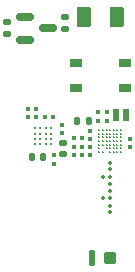
<source format=gbr>
%TF.GenerationSoftware,KiCad,Pcbnew,8.99.0-unknown-77b1d367df~178~ubuntu23.10.1*%
%TF.CreationDate,2024-10-31T14:46:16-04:00*%
%TF.ProjectId,nRF54L15_nPM2100_CR2032,6e524635-344c-4313-955f-6e504d323130,rev?*%
%TF.SameCoordinates,Original*%
%TF.FileFunction,Paste,Top*%
%TF.FilePolarity,Positive*%
%FSLAX46Y46*%
G04 Gerber Fmt 4.6, Leading zero omitted, Abs format (unit mm)*
G04 Created by KiCad (PCBNEW 8.99.0-unknown-77b1d367df~178~ubuntu23.10.1) date 2024-10-31 14:46:16*
%MOMM*%
%LPD*%
G01*
G04 APERTURE LIST*
G04 Aperture macros list*
%AMRoundRect*
0 Rectangle with rounded corners*
0 $1 Rounding radius*
0 $2 $3 $4 $5 $6 $7 $8 $9 X,Y pos of 4 corners*
0 Add a 4 corners polygon primitive as box body*
4,1,4,$2,$3,$4,$5,$6,$7,$8,$9,$2,$3,0*
0 Add four circle primitives for the rounded corners*
1,1,$1+$1,$2,$3*
1,1,$1+$1,$4,$5*
1,1,$1+$1,$6,$7*
1,1,$1+$1,$8,$9*
0 Add four rect primitives between the rounded corners*
20,1,$1+$1,$2,$3,$4,$5,0*
20,1,$1+$1,$4,$5,$6,$7,0*
20,1,$1+$1,$6,$7,$8,$9,0*
20,1,$1+$1,$8,$9,$2,$3,0*%
G04 Aperture macros list end*
%ADD10C,0.170000*%
%ADD11RoundRect,0.079500X-0.100500X0.079500X-0.100500X-0.079500X0.100500X-0.079500X0.100500X0.079500X0*%
%ADD12RoundRect,0.079500X0.079500X0.100500X-0.079500X0.100500X-0.079500X-0.100500X0.079500X-0.100500X0*%
%ADD13C,0.220000*%
%ADD14RoundRect,0.067500X-0.067500X0.067500X-0.067500X-0.067500X0.067500X-0.067500X0.067500X0.067500X0*%
%ADD15RoundRect,0.079500X0.100500X-0.079500X0.100500X0.079500X-0.100500X0.079500X-0.100500X-0.079500X0*%
%ADD16C,0.150000*%
%ADD17RoundRect,0.075000X-0.175000X-0.575000X0.175000X-0.575000X0.175000X0.575000X-0.175000X0.575000X0*%
%ADD18RoundRect,0.150000X-0.350000X-0.350000X0.350000X-0.350000X0.350000X0.350000X-0.350000X0.350000X0*%
%ADD19R,0.575000X1.114000*%
%ADD20RoundRect,0.135000X-0.185000X0.135000X-0.185000X-0.135000X0.185000X-0.135000X0.185000X0.135000X0*%
%ADD21RoundRect,0.250000X-0.375000X-0.625000X0.375000X-0.625000X0.375000X0.625000X-0.375000X0.625000X0*%
%ADD22RoundRect,0.079500X-0.079500X-0.100500X0.079500X-0.100500X0.079500X0.100500X-0.079500X0.100500X0*%
%ADD23RoundRect,0.147500X-0.147500X-0.172500X0.147500X-0.172500X0.147500X0.172500X-0.147500X0.172500X0*%
%ADD24RoundRect,0.150000X-0.587500X-0.150000X0.587500X-0.150000X0.587500X0.150000X-0.587500X0.150000X0*%
%ADD25R,1.050000X0.650000*%
%ADD26RoundRect,0.067500X0.067500X0.067500X-0.067500X0.067500X-0.067500X-0.067500X0.067500X-0.067500X0*%
%ADD27RoundRect,0.140000X-0.170000X0.140000X-0.170000X-0.140000X0.170000X-0.140000X0.170000X0.140000X0*%
G04 APERTURE END LIST*
D10*
%TO.C,U1*%
X189930000Y-61430000D03*
X189930000Y-61130000D03*
X189930000Y-60830000D03*
X189930000Y-60530000D03*
X189930000Y-60230000D03*
X189930000Y-59930000D03*
X189930000Y-59630000D03*
X190230000Y-61430000D03*
X190230000Y-60830000D03*
X190230000Y-60530000D03*
X190230000Y-60230000D03*
X190230000Y-59930000D03*
X190230000Y-59630000D03*
X190530000Y-61130000D03*
X190530000Y-60830000D03*
X190530000Y-60530000D03*
X190530000Y-60230000D03*
X190530000Y-59930000D03*
X190530000Y-59630000D03*
X190830000Y-61430000D03*
X190830000Y-61130000D03*
X190830000Y-60830000D03*
X190830000Y-60530000D03*
X190830000Y-60230000D03*
X190830000Y-59930000D03*
X190830000Y-59630000D03*
X191130000Y-61430000D03*
X191130000Y-61130000D03*
X191130000Y-60830000D03*
X191130000Y-60530000D03*
X191130000Y-60230000D03*
X191130000Y-59930000D03*
X191130000Y-59630000D03*
X191430000Y-61430000D03*
X191430000Y-61130000D03*
X191430000Y-60830000D03*
X191430000Y-60530000D03*
X191430000Y-60230000D03*
X191430000Y-59930000D03*
X191430000Y-59630000D03*
X191730000Y-61430000D03*
X191730000Y-61130000D03*
X191730000Y-60830000D03*
X191730000Y-60530000D03*
X191730000Y-60230000D03*
X191730000Y-59930000D03*
X191730000Y-59630000D03*
%TD*%
D11*
%TO.C,C12*%
X188430000Y-61038800D03*
X188430000Y-61728800D03*
%TD*%
D12*
%TO.C,C11*%
X190525000Y-58813800D03*
X189835000Y-58813800D03*
%TD*%
D13*
%TO.C,U2*%
X185800000Y-59468800D03*
X185800000Y-59908800D03*
X185800000Y-60348800D03*
X185800000Y-60788800D03*
X185360000Y-59468800D03*
X185360000Y-59908800D03*
X185360000Y-60348800D03*
X185360000Y-60788800D03*
X184920000Y-59468800D03*
X184920000Y-59908800D03*
X184920000Y-60348800D03*
X184920000Y-60788800D03*
X184480000Y-59468800D03*
X184480000Y-59908800D03*
X184480000Y-60348800D03*
X184480000Y-60788800D03*
%TD*%
D14*
%TO.C,L4*%
X190840000Y-65995000D03*
X190840000Y-66545000D03*
%TD*%
D15*
%TO.C,C7*%
X186760000Y-59848800D03*
X186760000Y-59158800D03*
%TD*%
%TO.C,C1*%
X189130000Y-60338800D03*
X189130000Y-59648800D03*
%TD*%
D16*
%TO.C,Y2*%
X188905000Y-62618800D03*
X188655000Y-62618800D03*
X188655000Y-62368800D03*
X188905000Y-62368800D03*
%TD*%
D12*
%TO.C,C10*%
X190525000Y-58113800D03*
X189835000Y-58113800D03*
%TD*%
D11*
%TO.C,R3*%
X184590000Y-57825000D03*
X184590000Y-58515000D03*
%TD*%
D17*
%TO.C,AE1*%
X189290000Y-70425000D03*
D18*
X190840000Y-70425000D03*
%TD*%
D12*
%TO.C,C4*%
X185985000Y-58513800D03*
X185295000Y-58513800D03*
%TD*%
D19*
%TO.C,Y1*%
X191367500Y-58363800D03*
X192192500Y-58363800D03*
%TD*%
D15*
%TO.C,C3*%
X186040000Y-62448800D03*
X186040000Y-61758800D03*
%TD*%
D20*
%TO.C,R4*%
X182100000Y-50490000D03*
X182100000Y-51510000D03*
%TD*%
D11*
%TO.C,C2*%
X187730000Y-61038800D03*
X187730000Y-61728800D03*
%TD*%
D21*
%TO.C,D1*%
X188600000Y-50000000D03*
X191400000Y-50000000D03*
%TD*%
D22*
%TO.C,FB1*%
X187735000Y-60313800D03*
X188425000Y-60313800D03*
%TD*%
D23*
%TO.C,L5*%
X184205000Y-61873800D03*
X185175000Y-61873800D03*
%TD*%
%TO.C,L1*%
X188065000Y-58823800D03*
X189035000Y-58823800D03*
%TD*%
D24*
%TO.C,Q1*%
X183662500Y-50050000D03*
X183662500Y-51950000D03*
X185537500Y-51000000D03*
%TD*%
D15*
%TO.C,C8*%
X192530000Y-61028800D03*
X192530000Y-60338800D03*
%TD*%
D14*
%TO.C,L2*%
X190840000Y-62395000D03*
X190840000Y-62945000D03*
%TD*%
D11*
%TO.C,R2*%
X183890000Y-57825000D03*
X183890000Y-58515000D03*
%TD*%
D25*
%TO.C,SW1*%
X187925000Y-53925000D03*
X192075000Y-53925000D03*
X187925000Y-56075000D03*
X192050000Y-56075000D03*
%TD*%
D26*
%TO.C,C6*%
X190795000Y-63570000D03*
X190245000Y-63570000D03*
%TD*%
%TO.C,C9*%
X190795000Y-65370000D03*
X190245000Y-65370000D03*
%TD*%
D14*
%TO.C,L3*%
X190840000Y-64195000D03*
X190840000Y-64745000D03*
%TD*%
D20*
%TO.C,R1*%
X187000000Y-50000000D03*
X187000000Y-51020000D03*
%TD*%
D27*
%TO.C,C13*%
X186870000Y-60703800D03*
X186870000Y-61663800D03*
%TD*%
D11*
%TO.C,C5*%
X189130000Y-61048800D03*
X189130000Y-61738800D03*
%TD*%
M02*

</source>
